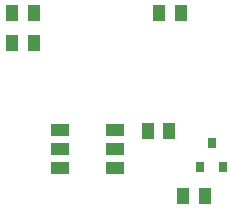
<source format=gtp>
G04*
G04 #@! TF.GenerationSoftware,Altium Limited,CircuitMaker,2.2.0 (2.2.0.5)*
G04*
G04 Layer_Color=7318015*
%FSLAX25Y25*%
%MOIN*%
G70*
G04*
G04 #@! TF.SameCoordinates,81B0039B-3CC0-4BB0-BBFD-AD45440123D6*
G04*
G04*
G04 #@! TF.FilePolarity,Positive*
G04*
G01*
G75*
%ADD13R,0.04134X0.05709*%
%ADD14R,0.03150X0.03543*%
%ADD15R,0.05905X0.03937*%
D13*
X246358Y163386D02*
D03*
X253642D02*
D03*
X234547Y185039D02*
D03*
X241831D02*
D03*
X245768Y224410D02*
D03*
X238484D02*
D03*
X196555D02*
D03*
X189272D02*
D03*
Y214567D02*
D03*
X196555D02*
D03*
D14*
X252165Y173228D02*
D03*
X259646D02*
D03*
X255906Y181102D02*
D03*
D15*
X205512Y172835D02*
D03*
Y179134D02*
D03*
Y185433D02*
D03*
X223622D02*
D03*
Y179134D02*
D03*
Y172835D02*
D03*
M02*

</source>
